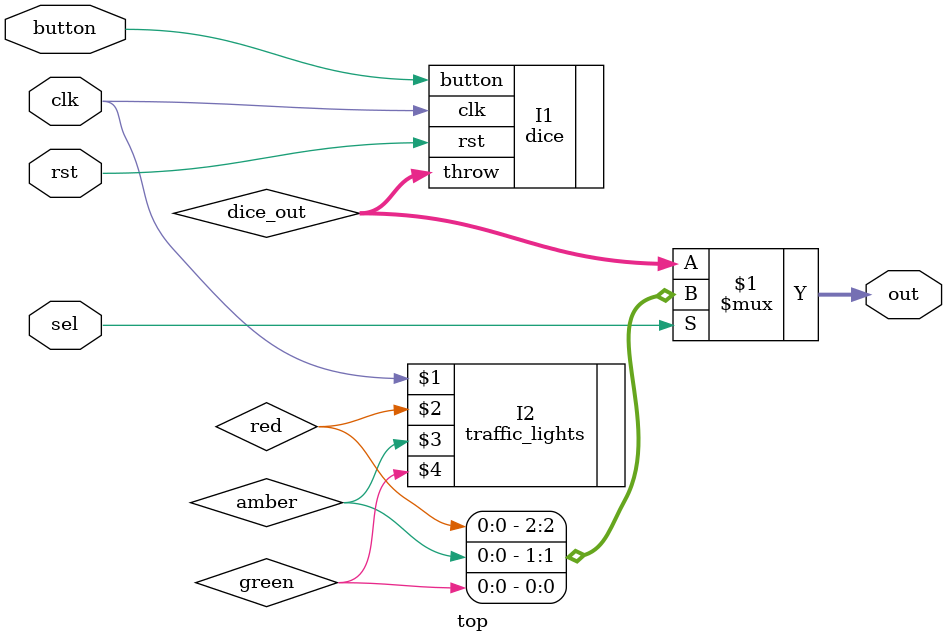
<source format=v>

module top (
	input sel,
	input clk,
	input rst,
	input button,
	output [2:0] out
	);
	
	wire [2:0] out,dice_out;
	
	assign out = sel?{red,amber,green}:dice_out;
	
	dice I1 (.rst(rst),.clk(clk),.button(button),.throw(dice_out));
	traffic_lights I2 (clk,red,amber,green);
	
endmodule
	
</source>
